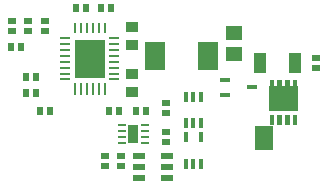
<source format=gbr>
G04 Layer_Color=8421504*
%FSLAX25Y25*%
%MOIN*%
%TF.FileFunction,Paste,Top*%
%TF.Part,Single*%
G01*
G75*
%TA.AperFunction,ConnectorPad*%
%ADD10R,0.05906X0.07874*%
%TA.AperFunction,SMDPad*%
%ADD11R,0.03543X0.01575*%
%TA.AperFunction,SMDPad*%
%ADD14R,0.02559X0.02362*%
%TA.AperFunction,SMDPad*%
%ADD15R,0.03937X0.02362*%
%TA.AperFunction,SMDPad*%
%ADD16R,0.01575X0.03347*%
%TA.AperFunction,SMDPad*%
%ADD17R,0.01575X0.03543*%
%TA.AperFunction,SMDPad*%
%ADD18O,0.02756X0.00984*%
%TA.AperFunction,SMDPad*%
%ADD19R,0.03347X0.06299*%
%TA.AperFunction,SMDPad*%
%ADD20R,0.02362X0.02559*%
%TA.AperFunction,SMDPad*%
%ADD21R,0.04449X0.07087*%
%TA.AperFunction,SMDPad*%
%ADD22R,0.05787X0.04567*%
%TA.AperFunction,SMDPad*%
%ADD23R,0.10236X0.12677*%
%TA.AperFunction,SMDPad*%
%ADD24O,0.00984X0.03937*%
%TA.AperFunction,SMDPad*%
%ADD25O,0.03937X0.00984*%
%TA.AperFunction,SMDPad*%
%ADD26O,0.00984X0.04331*%
%TA.AperFunction,SMDPad*%
%ADD27R,0.03858X0.03661*%
%TA.AperFunction,SMDPad*%
%ADD28R,0.07087X0.09449*%
G36*
X409509Y262520D02*
X407935D01*
Y265669D01*
X409509D01*
Y262520D01*
D02*
G37*
G36*
X406949D02*
X405375D01*
Y265669D01*
X406949D01*
Y262520D01*
D02*
G37*
G36*
X412069D02*
X410494D01*
Y265669D01*
X412069D01*
Y262520D01*
D02*
G37*
G36*
X414626Y275512D02*
X414724D01*
X414725Y267244D01*
X405276D01*
X405276Y267244D01*
Y275512D01*
X405374D01*
Y277480D01*
X406949D01*
Y275512D01*
X407933D01*
Y277480D01*
X409508D01*
Y275512D01*
X410492D01*
Y277480D01*
X412067D01*
Y275512D01*
X413051D01*
Y277480D01*
X414626D01*
Y275512D01*
D02*
G37*
G36*
X414627Y262520D02*
X413053D01*
Y265669D01*
X414627D01*
Y262520D01*
D02*
G37*
D10*
X403500Y258000D02*
D03*
D11*
X390571Y277559D02*
D03*
Y272441D02*
D03*
X399429Y275000D02*
D03*
D14*
X421000Y284673D02*
D03*
Y281327D02*
D03*
X356000Y252173D02*
D03*
Y248827D02*
D03*
X371000Y256827D02*
D03*
Y260173D02*
D03*
Y266327D02*
D03*
Y269673D02*
D03*
X350500Y248827D02*
D03*
Y252173D02*
D03*
X325000Y297173D02*
D03*
Y293827D02*
D03*
X319500Y297173D02*
D03*
Y293827D02*
D03*
X330500Y297173D02*
D03*
Y293827D02*
D03*
D15*
X371224Y244760D02*
D03*
Y248500D02*
D03*
Y252240D02*
D03*
X361776D02*
D03*
Y248500D02*
D03*
Y244760D02*
D03*
D16*
X377441Y258429D02*
D03*
X382559D02*
D03*
Y249571D02*
D03*
X380000D02*
D03*
X377441D02*
D03*
D17*
Y263071D02*
D03*
X380000D02*
D03*
X382559D02*
D03*
Y271929D02*
D03*
X380000D02*
D03*
X377441D02*
D03*
D18*
X363898Y256547D02*
D03*
Y258516D02*
D03*
Y260484D02*
D03*
Y262453D02*
D03*
X356102Y256547D02*
D03*
Y258516D02*
D03*
Y260484D02*
D03*
Y262453D02*
D03*
D19*
X360000Y259500D02*
D03*
D20*
X360827Y267000D02*
D03*
X364173D02*
D03*
X351827D02*
D03*
X355173D02*
D03*
X328827D02*
D03*
X332173D02*
D03*
X324327Y273000D02*
D03*
X327673D02*
D03*
X327673Y278500D02*
D03*
X324327D02*
D03*
X319327Y288500D02*
D03*
X322673D02*
D03*
X340827Y301500D02*
D03*
X344173D02*
D03*
X352673Y301500D02*
D03*
X349327D02*
D03*
D21*
X402134Y283000D02*
D03*
X413866D02*
D03*
D22*
X393500Y293004D02*
D03*
Y285996D02*
D03*
D23*
X345500Y284500D02*
D03*
D24*
X340579Y294638D02*
D03*
X342547D02*
D03*
X344516D02*
D03*
X346484D02*
D03*
X348453D02*
D03*
X350421D02*
D03*
D25*
X353669Y291390D02*
D03*
Y289421D02*
D03*
Y287453D02*
D03*
Y285484D02*
D03*
Y283516D02*
D03*
Y281547D02*
D03*
Y279579D02*
D03*
Y277610D02*
D03*
X337331D02*
D03*
Y279579D02*
D03*
Y281547D02*
D03*
Y283516D02*
D03*
Y285484D02*
D03*
Y287453D02*
D03*
Y289421D02*
D03*
Y291390D02*
D03*
D26*
X350421Y274362D02*
D03*
X348453D02*
D03*
X346484D02*
D03*
X344516D02*
D03*
X342547D02*
D03*
X340579D02*
D03*
D27*
X359500Y279532D02*
D03*
Y273468D02*
D03*
Y288968D02*
D03*
Y295031D02*
D03*
D28*
X367142Y285500D02*
D03*
X384858D02*
D03*
%TF.MD5,FFF4B9248E6053CB5331FD8BEECAE0FB*%
M02*

</source>
